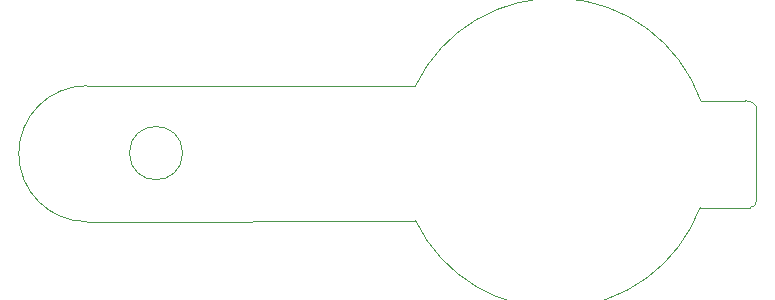
<source format=gm1>
%TF.GenerationSoftware,KiCad,Pcbnew,9.0.1*%
%TF.CreationDate,2025-05-08T13:19:39+05:30*%
%TF.ProjectId,1. LED Torch,312e204c-4544-4205-946f-7263682e6b69,1*%
%TF.SameCoordinates,Original*%
%TF.FileFunction,Profile,NP*%
%FSLAX46Y46*%
G04 Gerber Fmt 4.6, Leading zero omitted, Abs format (unit mm)*
G04 Created by KiCad (PCBNEW 9.0.1) date 2025-05-08 13:19:39*
%MOMM*%
%LPD*%
G01*
G04 APERTURE LIST*
%TA.AperFunction,Profile*%
%ADD10C,0.050000*%
%TD*%
G04 APERTURE END LIST*
D10*
X85090000Y-134000000D02*
G75*
G02*
X109240254Y-135257869I11811000J-5700000D01*
G01*
X57250000Y-145500000D02*
G75*
G02*
X57250000Y-134000000I0J5750000D01*
G01*
X113959176Y-143764000D02*
G75*
G02*
X113411000Y-144312176I-548176J0D01*
G01*
X109184680Y-144312176D02*
G75*
G02*
X85089999Y-145415000I-12283680J4612176D01*
G01*
X109240253Y-135257869D02*
X113030000Y-135257869D01*
X113030000Y-135257869D02*
G75*
G02*
X113957763Y-135735312I0J-1140131D01*
G01*
X113957763Y-135735313D02*
X113959176Y-143764000D01*
X57250000Y-134000000D02*
X85090000Y-134000000D01*
X65369446Y-139700000D02*
G75*
G02*
X60868554Y-139700000I-2250446J0D01*
G01*
X60868554Y-139700000D02*
G75*
G02*
X65369446Y-139700000I2250446J0D01*
G01*
X57250000Y-145500000D02*
X85090000Y-145415000D01*
X109184680Y-144312176D02*
X113411000Y-144312176D01*
M02*

</source>
